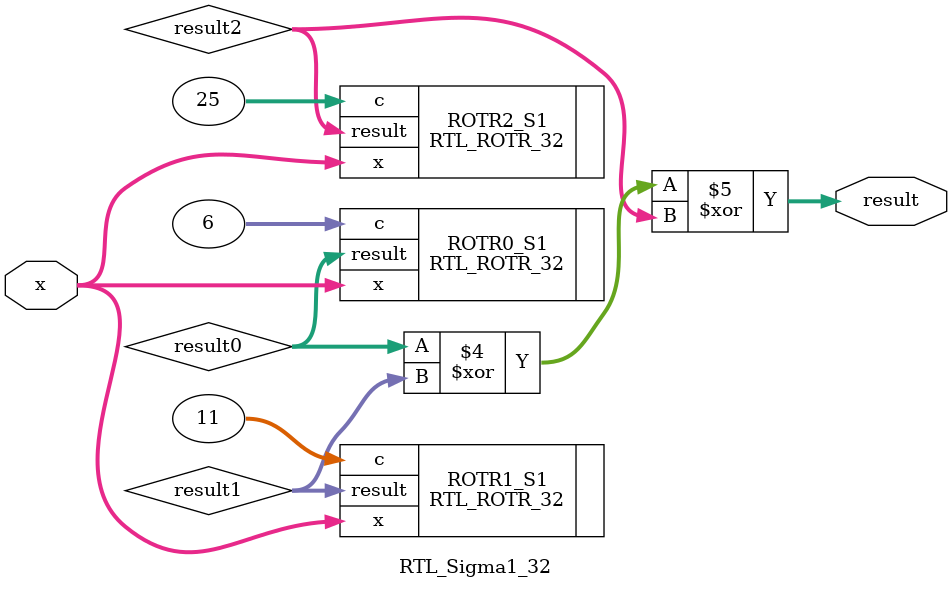
<source format=v>
`timescale 1ns / 1ps


module RTL_Sigma1_32(x,result);
input wire [31:0] x;
output wire [31:0] result;
wire [31:0] result0,result1,result2;
RTL_ROTR_32 ROTR0_S1(.x(x),.c(6),.result(result0));
RTL_ROTR_32 ROTR1_S1(.x(x),.c(11),.result(result1));
RTL_ROTR_32 ROTR2_S1(.x(x),.c(25),.result(result2));
assign result = (result0 ^ result1 ^ result2);
endmodule
//#define Sigma1_32(x) (ROTR_32(x, 6) ^ ROTR_32(x,11) ^ ROTR_32(x,25))
</source>
